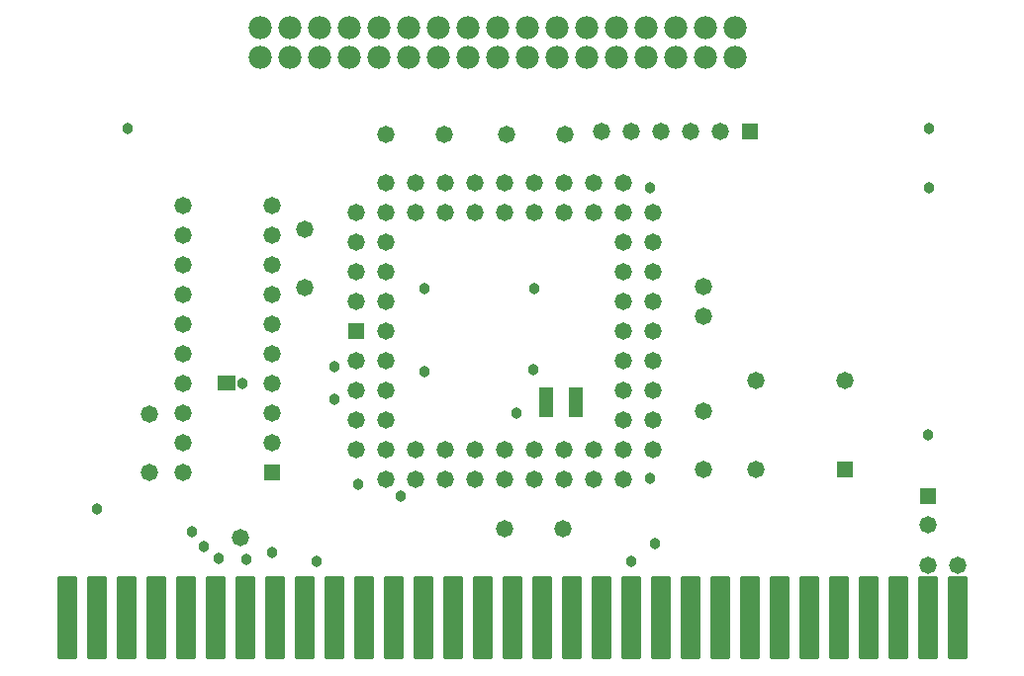
<source format=gbs>
G04 Layer_Color=8150272*
%FSLAX25Y25*%
%MOIN*%
G70*
G01*
G75*
G04:AMPARAMS|DCode=24|XSize=68mil|YSize=283mil|CornerRadius=10mil|HoleSize=0mil|Usage=FLASHONLY|Rotation=0.000|XOffset=0mil|YOffset=0mil|HoleType=Round|Shape=RoundedRectangle|*
%AMROUNDEDRECTD24*
21,1,0.06800,0.26300,0,0,0.0*
21,1,0.04800,0.28300,0,0,0.0*
1,1,0.02000,0.02400,-0.13150*
1,1,0.02000,-0.02400,-0.13150*
1,1,0.02000,-0.02400,0.13150*
1,1,0.02000,0.02400,0.13150*
%
%ADD24ROUNDEDRECTD24*%
%ADD25C,0.07800*%
%ADD26C,0.05800*%
%ADD27R,0.05800X0.05800*%
%ADD28R,0.05800X0.05800*%
%ADD29C,0.03800*%
%ADD30R,0.02800X0.04800*%
%ADD31R,0.04800X0.02800*%
G36*
X312900Y182600D02*
X308100D01*
Y192400D01*
X312900D01*
Y182600D01*
D02*
G37*
G36*
X322900D02*
X318100D01*
Y192400D01*
X322900D01*
Y182600D01*
D02*
G37*
G36*
X205900Y191600D02*
X199600D01*
Y196400D01*
X205900D01*
Y191600D01*
D02*
G37*
D24*
X349000Y115000D02*
D03*
X149000D02*
D03*
X159000D02*
D03*
X169000D02*
D03*
X179000D02*
D03*
X189000D02*
D03*
X199000D02*
D03*
X209000D02*
D03*
X219000D02*
D03*
X229000D02*
D03*
X239000D02*
D03*
X249000D02*
D03*
X259000D02*
D03*
X269000D02*
D03*
X279000D02*
D03*
X289000D02*
D03*
X299000D02*
D03*
X309000D02*
D03*
X319000D02*
D03*
X329000D02*
D03*
X339000D02*
D03*
X359000D02*
D03*
X369000D02*
D03*
X379000D02*
D03*
X389000D02*
D03*
X399000D02*
D03*
X409000D02*
D03*
X419000D02*
D03*
X429000D02*
D03*
X439000D02*
D03*
X449000D02*
D03*
D25*
X374000Y314000D02*
D03*
Y304000D02*
D03*
X364000Y314000D02*
D03*
Y304000D02*
D03*
X354000Y314000D02*
D03*
Y304000D02*
D03*
X344000Y314000D02*
D03*
Y304000D02*
D03*
X334000Y314000D02*
D03*
Y304000D02*
D03*
X324000Y314000D02*
D03*
Y304000D02*
D03*
X314000Y314000D02*
D03*
Y304000D02*
D03*
X304000Y314000D02*
D03*
Y304000D02*
D03*
X294000Y314000D02*
D03*
X254000Y304000D02*
D03*
X294000D02*
D03*
X284000Y314000D02*
D03*
Y304000D02*
D03*
X274000Y314000D02*
D03*
Y304000D02*
D03*
X264000Y314000D02*
D03*
Y304000D02*
D03*
X254000Y314000D02*
D03*
X244000D02*
D03*
Y304000D02*
D03*
X234000Y314000D02*
D03*
Y304000D02*
D03*
X224000Y314000D02*
D03*
Y304000D02*
D03*
X214000D02*
D03*
Y314000D02*
D03*
D26*
X439000Y146158D02*
D03*
X381000Y195000D02*
D03*
Y165000D02*
D03*
X411000Y195000D02*
D03*
X176800Y164015D02*
D03*
Y183700D02*
D03*
X369000Y279000D02*
D03*
X359000D02*
D03*
X349000D02*
D03*
X339000D02*
D03*
X329000D02*
D03*
X363300Y226700D02*
D03*
Y216700D02*
D03*
X296415Y145000D02*
D03*
X316100D02*
D03*
X256500Y211500D02*
D03*
X246500Y201500D02*
D03*
X256500D02*
D03*
X246500Y191500D02*
D03*
X256500D02*
D03*
X246500Y181500D02*
D03*
X256500D02*
D03*
X246500Y171500D02*
D03*
X256500Y161500D02*
D03*
Y171500D02*
D03*
X266500Y161500D02*
D03*
Y171500D02*
D03*
X276500Y161500D02*
D03*
Y171500D02*
D03*
X286500Y161500D02*
D03*
Y171500D02*
D03*
X296500Y161500D02*
D03*
Y171500D02*
D03*
X306500Y161500D02*
D03*
Y171500D02*
D03*
X316500Y161500D02*
D03*
Y171500D02*
D03*
X326500Y161500D02*
D03*
Y171500D02*
D03*
X336500Y161500D02*
D03*
X346500Y171500D02*
D03*
X336500D02*
D03*
X346500Y181500D02*
D03*
X336500D02*
D03*
X346500Y191500D02*
D03*
X336500D02*
D03*
X346500Y201500D02*
D03*
X336500D02*
D03*
X346500Y211500D02*
D03*
X336500D02*
D03*
X346500Y221500D02*
D03*
X336500D02*
D03*
X346500Y231500D02*
D03*
X336500D02*
D03*
X346500Y241500D02*
D03*
X336500D02*
D03*
X346500Y251500D02*
D03*
X336500Y261500D02*
D03*
Y251500D02*
D03*
X326500Y261500D02*
D03*
Y251500D02*
D03*
X316500Y261500D02*
D03*
Y251500D02*
D03*
X306500Y261500D02*
D03*
Y251500D02*
D03*
X296500Y261500D02*
D03*
Y251500D02*
D03*
X286500Y261500D02*
D03*
Y251500D02*
D03*
X276500Y261500D02*
D03*
Y251500D02*
D03*
X266500Y261500D02*
D03*
Y251500D02*
D03*
X256500Y261500D02*
D03*
X246500Y251500D02*
D03*
X256500D02*
D03*
X246500Y241500D02*
D03*
X256500D02*
D03*
X246500Y231500D02*
D03*
X256500D02*
D03*
X246500Y221500D02*
D03*
X256500D02*
D03*
X316685Y278000D02*
D03*
X297000D02*
D03*
X256515D02*
D03*
X276200D02*
D03*
X229000Y226315D02*
D03*
Y246000D02*
D03*
X218000Y174000D02*
D03*
Y184000D02*
D03*
Y194000D02*
D03*
Y204000D02*
D03*
Y214000D02*
D03*
Y224000D02*
D03*
Y234000D02*
D03*
Y244000D02*
D03*
Y254000D02*
D03*
X188000Y164000D02*
D03*
Y174000D02*
D03*
Y184000D02*
D03*
Y194000D02*
D03*
Y204000D02*
D03*
Y214000D02*
D03*
Y224000D02*
D03*
Y234000D02*
D03*
Y244000D02*
D03*
Y254000D02*
D03*
X363300Y165015D02*
D03*
Y184700D02*
D03*
X207500Y142000D02*
D03*
X439000Y132500D02*
D03*
X449000D02*
D03*
D27*
X439000Y156000D02*
D03*
X246500Y211500D02*
D03*
D28*
X411000Y165000D02*
D03*
X379000Y279000D02*
D03*
X218000Y164000D02*
D03*
D29*
X300500Y184000D02*
D03*
X169500Y280000D02*
D03*
X439500D02*
D03*
X439000Y176500D02*
D03*
X209500Y134500D02*
D03*
X269500Y198000D02*
D03*
X306000Y198500D02*
D03*
X269500Y226000D02*
D03*
X306500D02*
D03*
X439500Y260000D02*
D03*
X345500D02*
D03*
Y162000D02*
D03*
X261500Y156000D02*
D03*
X208000Y194000D02*
D03*
X195000Y139000D02*
D03*
X191000Y144000D02*
D03*
X239000Y199500D02*
D03*
Y188500D02*
D03*
X218000Y137000D02*
D03*
X339000Y134000D02*
D03*
X233000D02*
D03*
X347000Y140000D02*
D03*
X159000Y151500D02*
D03*
X200000Y135000D02*
D03*
X247000Y160000D02*
D03*
D30*
X204500Y194000D02*
D03*
X201000D02*
D03*
D31*
X310500Y184000D02*
D03*
Y187500D02*
D03*
Y191000D02*
D03*
X320500Y184000D02*
D03*
Y187500D02*
D03*
Y191000D02*
D03*
M02*

</source>
